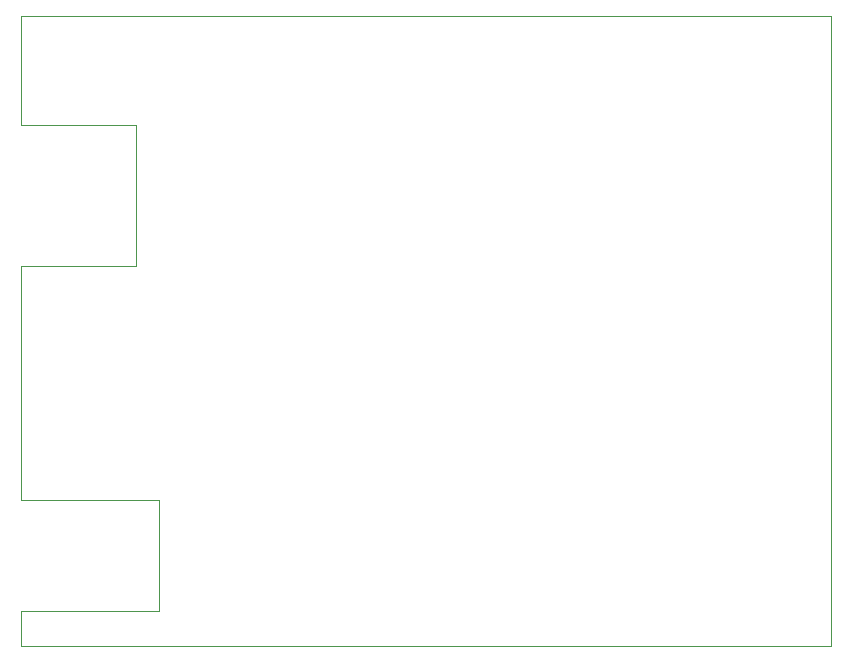
<source format=gbr>
%TF.GenerationSoftware,KiCad,Pcbnew,(5.1.9)-1*%
%TF.CreationDate,2021-01-06T17:38:29+00:00*%
%TF.ProjectId,RFMduino,52464d64-7569-46e6-9f2e-6b696361645f,rev?*%
%TF.SameCoordinates,Original*%
%TF.FileFunction,Profile,NP*%
%FSLAX46Y46*%
G04 Gerber Fmt 4.6, Leading zero omitted, Abs format (unit mm)*
G04 Created by KiCad (PCBNEW (5.1.9)-1) date 2021-01-06 17:38:29*
%MOMM*%
%LPD*%
G01*
G04 APERTURE LIST*
%TA.AperFunction,Profile*%
%ADD10C,0.050000*%
%TD*%
G04 APERTURE END LIST*
D10*
X119507000Y-66421000D02*
X119507000Y-57150000D01*
X129286000Y-66421000D02*
X119507000Y-66421000D01*
X129286000Y-78359000D02*
X129286000Y-66421000D01*
X119507000Y-78359000D02*
X129286000Y-78359000D01*
X119507000Y-98171000D02*
X119507000Y-78359000D01*
X131191000Y-98171000D02*
X119507000Y-98171000D01*
X131191000Y-107569000D02*
X131191000Y-98171000D01*
X119507000Y-107569000D02*
X131191000Y-107569000D01*
X119507000Y-110490000D02*
X119507000Y-107569000D01*
X188087000Y-110490000D02*
X119507000Y-110490000D01*
X188087000Y-57150000D02*
X188087000Y-110490000D01*
X185547000Y-57150000D02*
X188087000Y-57150000D01*
X119507000Y-57150000D02*
X185547000Y-57150000D01*
M02*

</source>
